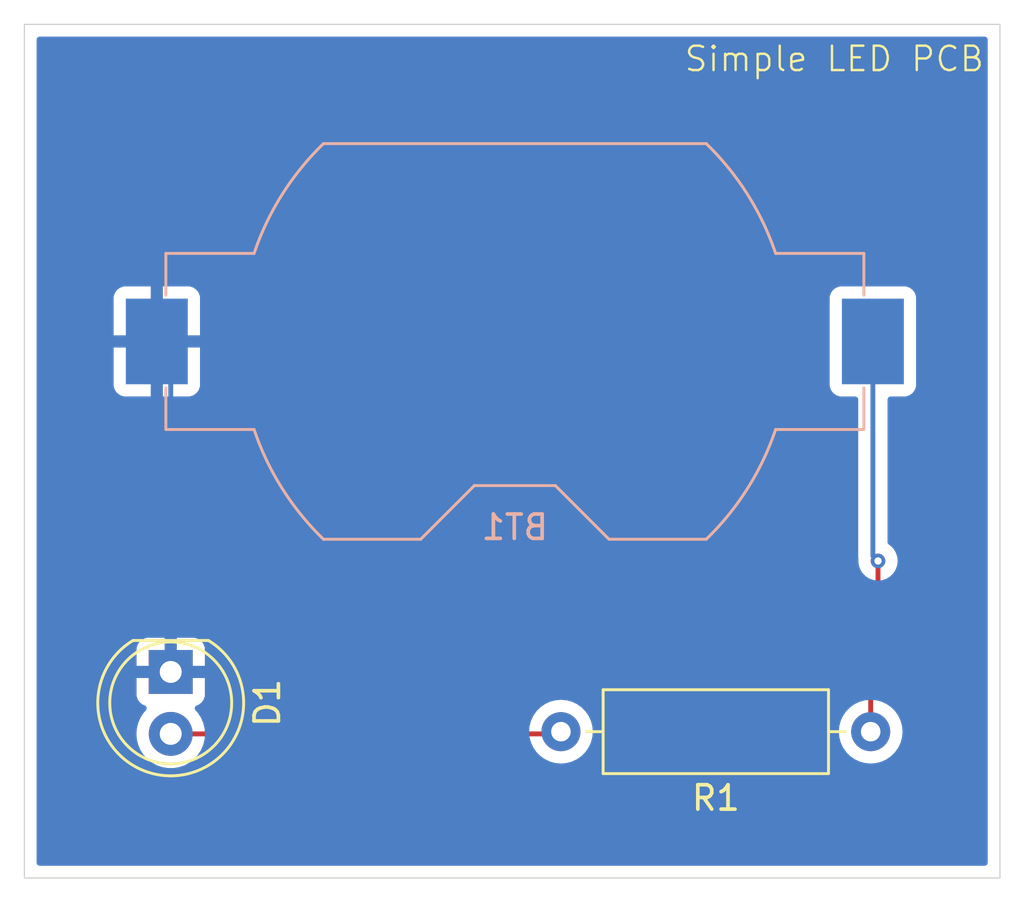
<source format=kicad_pcb>
(kicad_pcb (version 20240108) (generator "pcbnew") (generator_version "8.0")
  (title_block (title "PCB Tutorial for KiCad 8.0") (date "2024-10-15") (rev "0"))
  (layers (0 "F.Cu" signal) (31 "B.Cu" signal) (34 "B.Paste" user) (35 "F.Paste" user) (36 "B.SilkS" user "B.Silkscreen") (37 "F.SilkS" user "F.Silkscreen") (38 "B.Mask" user) (39 "F.Mask" user) (44 "Edge.Cuts" user))
  (net 0 "")
  (net 1 "GND")
  (net 2 "VCC")
  (net 3 "/led")
  (footprint "Resistor_THT:R_Axial_DIN0309_L9.0mm_D3.2mm_P12.70mm_Horizontal" (layer "F.Cu") (at 164.7 99 180)
    (property "Reference" "R1" (at 6.35 -2.72 360) (layer "F.SilkS"))
    (property "Value" "1K")
    (fp_line (start 11.66 0) (end 10.97 0) (stroke (width 0.12)) (layer "F.SilkS"))
    (fp_line (start 10.97 1.72) (end 10.97 -1.72) (stroke (width 0.12)) (layer "F.SilkS"))
    (fp_line (start 10.97 -1.72) (end 1.73 -1.72) (stroke (width 0.12)) (layer "F.SilkS"))
    (fp_line (start 1.73 1.72) (end 10.97 1.72) (stroke (width 0.12)) (layer "F.SilkS"))
    (fp_line (start 1.73 -1.72) (end 1.73 1.72) (stroke (width 0.12)) (layer "F.SilkS"))
    (fp_line (start 1.04 0) (end 1.73 0) (stroke (width 0.12)) (layer "F.SilkS"))
    (pad "1" thru_hole circle (at 0 0 180) (size 1.6 1.6) (drill 0.8) (layers "*.Cu" "*.Mask") (net 2 "VCC"))
    (pad "2" thru_hole oval (at 12.7 0 180) (size 1.6 1.6) (drill 0.8) (layers "*.Cu" "*.Mask") (net 3 "/led"))
  )
  (footprint "LED_THT:LED_D5.0mm" (layer "F.Cu") (at 136 96.55103 -90)
    (property "Reference" "D1" (at 1.27 -3.96 90) (layer "F.SilkS"))
    (property "Value" "red")
    (fp_line (start -1.29 -1.545) (end -1.29 1.545) (stroke (width 0.12)) (layer "F.SilkS"))
    (fp_arc (start 4.26 -0.000462) (mid 2.072002 2.880433) (end -1.29 1.54483) (stroke (width 0.12)) (layer "F.SilkS"))
    (fp_arc (start -1.29 -1.54483) (mid 2.072002 -2.880433) (end 4.26 0.000462) (stroke (width 0.12)) (layer "F.SilkS"))
    (fp_circle (center 1.27 0) (end 3.77 0) (stroke (width 0.12)) (fill none) (layer "F.SilkS"))
    (pad "1" thru_hole rect (at 0 0 270) (size 1.8 1.8) (drill 0.9) (layers "*.Cu" "*.Mask") (net 1 "GND"))
    (pad "2" thru_hole circle (at 2.54 0 270) (size 1.8 1.8) (drill 0.9) (layers "*.Cu" "*.Mask") (net 3 "/led"))
  )
  (footprint "Battery:BatteryHolder_Keystone_1058_1x2032" (layer "B.Cu") (at 150.11 83 180)
    (property "Reference" "BT1" (at 0 -7.62 0) (layer "B.SilkS") (effects (justify mirror)))
    (property "Value" "3V")
    (fp_line (start 14.31 3.61) (end 14.31 1.9) (stroke (width 0.12)) (layer "B.SilkS"))
    (fp_line (start 14.31 3.61) (end 10.692 3.61) (stroke (width 0.12)) (layer "B.SilkS"))
    (fp_line (start 14.31 -3.61) (end 14.31 -1.9) (stroke (width 0.12)) (layer "B.SilkS"))
    (fp_line (start 10.692 -3.61) (end 14.31 -3.61) (stroke (width 0.12)) (layer "B.SilkS"))
    (fp_line (start 7.8473 8.11) (end -7.8473 8.11) (stroke (width 0.12)) (layer "B.SilkS"))
    (fp_line (start 3.86 -8.11) (end 7.8473 -8.11) (stroke (width 0.12)) (layer "B.SilkS"))
    (fp_line (start 3.86 -8.11) (end 1.66 -5.91) (stroke (width 0.12)) (layer "B.SilkS"))
    (fp_line (start -1.66 -5.91) (end 1.66 -5.91) (stroke (width 0.12)) (layer "B.SilkS"))
    (fp_line (start -3.86 -8.11) (end -1.66 -5.91) (stroke (width 0.12)) (layer "B.SilkS"))
    (fp_line (start -7.8473 -8.11) (end -3.86 -8.11) (stroke (width 0.12)) (layer "B.SilkS"))
    (fp_line (start -10.692 3.61) (end -14.31 3.61) (stroke (width 0.12)) (layer "B.SilkS"))
    (fp_line (start -14.31 3.61) (end -14.31 1.9) (stroke (width 0.12)) (layer "B.SilkS"))
    (fp_line (start -14.31 -3.61) (end -10.692 -3.61) (stroke (width 0.12)) (layer "B.SilkS"))
    (fp_line (start -14.31 -3.61) (end -14.31 -1.9) (stroke (width 0.12)) (layer "B.SilkS"))
    (fp_arc (start 10.692 3.61) (mid 9.538084 6.031244) (end 7.845371 8.111789) (stroke (width 0.12)) (layer "B.SilkS"))
    (fp_arc (start 7.845371 -8.111789) (mid 9.538084 -6.031244) (end 10.692 -3.61) (stroke (width 0.12)) (layer "B.SilkS"))
    (fp_arc (start -7.845371 8.111789) (mid -9.538084 6.031244) (end -10.692 3.61) (stroke (width 0.12)) (layer "B.SilkS"))
    (fp_arc (start -10.692 -3.61) (mid -9.538085 -6.031245) (end -7.845371 -8.111789) (stroke (width 0.12)) (layer "B.SilkS"))
    (pad "1" smd rect (at -14.68 0 180) (size 2.54 3.51) (layers "B.Cu" "B.Paste" "B.Mask") (net 2 "VCC"))
    (pad "2" smd rect (at 14.68 0 180) (size 2.54 3.51) (layers "B.Cu" "B.Paste" "B.Mask") (net 1 "GND"))
  )
  (gr_rect (start 130 70) (end 170 105) (stroke (width 0.05)) (fill none) (layer "Edge.Cuts"))
  (gr_text "Simple LED PCB" (at 157 72 0) (layer "F.SilkS") (effects (font (size 1 1) (thickness 0.1)) (justify left bottom)))
  (segment (start 136 96.55103) (end 136 83.57) (width 0.2) (layer "B.Cu") (net 1))
  (segment (start 136 83.57) (end 135.43 83) (width 0.2) (layer "B.Cu") (net 1))
  (segment (start 165 92) (end 165 93) (width 0.2) (layer "F.Cu") (net 2))
  (segment (start 164.7 93.3) (end 164.7 99) (width 0.2) (layer "F.Cu") (net 2))
  (segment (start 165 93) (end 164.7 93.3) (width 0.2) (layer "F.Cu") (net 2))
  (via (at 165 92) (size 0.6) (drill 0.3) (layers "F.Cu" "B.Cu") (net 2))
  (segment (start 164.79 83) (end 164.79 91.79) (width 0.2) (layer "B.Cu") (net 2))
  (segment (start 164.79 91.79) (end 165 92) (width 0.2) (layer "B.Cu") (net 2))
  (segment (start 151.90897 99.09103) (end 152 99) (width 0.2) (layer "F.Cu") (net 3))
  (segment (start 136 99.09103) (end 151.90897 99.09103) (width 0.2) (layer "F.Cu") (net 3))
  (zone (net 1) (net_name "GND") (layer "B.Cu") (connect_pads (clearance 0.5)) (min_thickness 0.25) (fill yes (thermal_gap 0.5) (thermal_bridge_width 0.5))
    (polygon (pts (xy 129 69) (xy 171 69) (xy 171 106) (xy 129 106)))
  )
)
</source>
